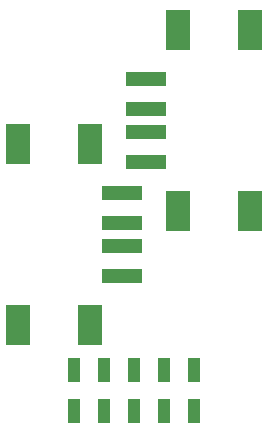
<source format=gbr>
%TF.GenerationSoftware,KiCad,Pcbnew,(5.1.7)-1*%
%TF.CreationDate,2020-10-15T21:52:00-04:00*%
%TF.ProjectId,DanA4UsbBreakout,44616e41-3455-4736-9242-7265616b6f75,rev?*%
%TF.SameCoordinates,Original*%
%TF.FileFunction,Paste,Top*%
%TF.FilePolarity,Positive*%
%FSLAX46Y46*%
G04 Gerber Fmt 4.6, Leading zero omitted, Abs format (unit mm)*
G04 Created by KiCad (PCBNEW (5.1.7)-1) date 2020-10-15 21:52:00*
%MOMM*%
%LPD*%
G01*
G04 APERTURE LIST*
%ADD10R,1.000000X2.000000*%
%ADD11R,3.500000X1.250000*%
%ADD12R,2.000000X3.500000*%
G04 APERTURE END LIST*
D10*
%TO.C,J1*%
X58674000Y-47498000D03*
X58674000Y-50998000D03*
X56134000Y-47498000D03*
X56134000Y-50998000D03*
X53594000Y-47498000D03*
X53594000Y-50998000D03*
X51054000Y-47498000D03*
X51054000Y-50998000D03*
X48514000Y-47498000D03*
X48514000Y-50998000D03*
%TD*%
D11*
%TO.C,J2*%
X54610000Y-29916000D03*
X54610000Y-27416000D03*
X54610000Y-25416000D03*
X54610000Y-22916000D03*
D12*
X57290000Y-18791000D03*
X57290000Y-34041000D03*
X63390000Y-34041000D03*
X63390000Y-18791000D03*
%TD*%
%TO.C,J3*%
X43798000Y-43693000D03*
X43798000Y-28443000D03*
X49898000Y-28443000D03*
X49898000Y-43693000D03*
D11*
X52578000Y-39568000D03*
X52578000Y-37068000D03*
X52578000Y-35068000D03*
X52578000Y-32568000D03*
%TD*%
M02*

</source>
